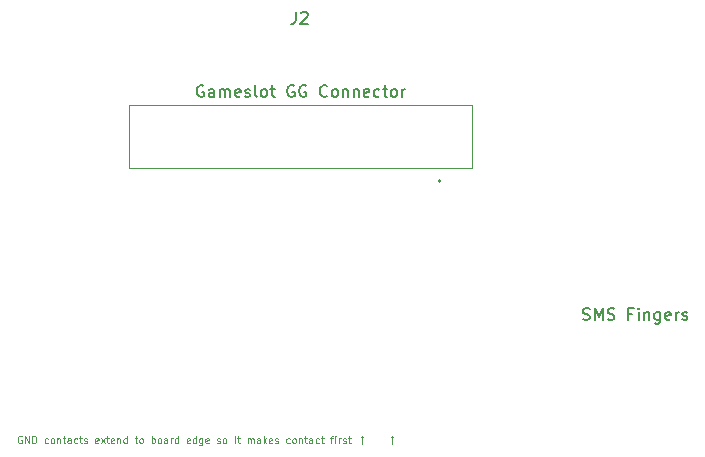
<source format=gbr>
G04 #@! TF.GenerationSoftware,KiCad,Pcbnew,8.0.2*
G04 #@! TF.CreationDate,2024-05-08T12:07:27-04:00*
G04 #@! TF.ProjectId,SMS-to-GG,534d532d-746f-42d4-9747-2e6b69636164,4*
G04 #@! TF.SameCoordinates,Original*
G04 #@! TF.FileFunction,AssemblyDrawing,Top*
%FSLAX46Y46*%
G04 Gerber Fmt 4.6, Leading zero omitted, Abs format (unit mm)*
G04 Created by KiCad (PCBNEW 8.0.2) date 2024-05-08 12:07:27*
%MOMM*%
%LPD*%
G01*
G04 APERTURE LIST*
%ADD10C,0.150000*%
%ADD11C,0.125000*%
%ADD12C,0.100000*%
%ADD13C,0.200000*%
%ADD14C,0.120000*%
G04 APERTURE END LIST*
D10*
X142395712Y-109512438D02*
X142300474Y-109464819D01*
X142300474Y-109464819D02*
X142157617Y-109464819D01*
X142157617Y-109464819D02*
X142014760Y-109512438D01*
X142014760Y-109512438D02*
X141919522Y-109607676D01*
X141919522Y-109607676D02*
X141871903Y-109702914D01*
X141871903Y-109702914D02*
X141824284Y-109893390D01*
X141824284Y-109893390D02*
X141824284Y-110036247D01*
X141824284Y-110036247D02*
X141871903Y-110226723D01*
X141871903Y-110226723D02*
X141919522Y-110321961D01*
X141919522Y-110321961D02*
X142014760Y-110417200D01*
X142014760Y-110417200D02*
X142157617Y-110464819D01*
X142157617Y-110464819D02*
X142252855Y-110464819D01*
X142252855Y-110464819D02*
X142395712Y-110417200D01*
X142395712Y-110417200D02*
X142443331Y-110369580D01*
X142443331Y-110369580D02*
X142443331Y-110036247D01*
X142443331Y-110036247D02*
X142252855Y-110036247D01*
X143300474Y-110464819D02*
X143300474Y-109941009D01*
X143300474Y-109941009D02*
X143252855Y-109845771D01*
X143252855Y-109845771D02*
X143157617Y-109798152D01*
X143157617Y-109798152D02*
X142967141Y-109798152D01*
X142967141Y-109798152D02*
X142871903Y-109845771D01*
X143300474Y-110417200D02*
X143205236Y-110464819D01*
X143205236Y-110464819D02*
X142967141Y-110464819D01*
X142967141Y-110464819D02*
X142871903Y-110417200D01*
X142871903Y-110417200D02*
X142824284Y-110321961D01*
X142824284Y-110321961D02*
X142824284Y-110226723D01*
X142824284Y-110226723D02*
X142871903Y-110131485D01*
X142871903Y-110131485D02*
X142967141Y-110083866D01*
X142967141Y-110083866D02*
X143205236Y-110083866D01*
X143205236Y-110083866D02*
X143300474Y-110036247D01*
X143776665Y-110464819D02*
X143776665Y-109798152D01*
X143776665Y-109893390D02*
X143824284Y-109845771D01*
X143824284Y-109845771D02*
X143919522Y-109798152D01*
X143919522Y-109798152D02*
X144062379Y-109798152D01*
X144062379Y-109798152D02*
X144157617Y-109845771D01*
X144157617Y-109845771D02*
X144205236Y-109941009D01*
X144205236Y-109941009D02*
X144205236Y-110464819D01*
X144205236Y-109941009D02*
X144252855Y-109845771D01*
X144252855Y-109845771D02*
X144348093Y-109798152D01*
X144348093Y-109798152D02*
X144490950Y-109798152D01*
X144490950Y-109798152D02*
X144586189Y-109845771D01*
X144586189Y-109845771D02*
X144633808Y-109941009D01*
X144633808Y-109941009D02*
X144633808Y-110464819D01*
X145490950Y-110417200D02*
X145395712Y-110464819D01*
X145395712Y-110464819D02*
X145205236Y-110464819D01*
X145205236Y-110464819D02*
X145109998Y-110417200D01*
X145109998Y-110417200D02*
X145062379Y-110321961D01*
X145062379Y-110321961D02*
X145062379Y-109941009D01*
X145062379Y-109941009D02*
X145109998Y-109845771D01*
X145109998Y-109845771D02*
X145205236Y-109798152D01*
X145205236Y-109798152D02*
X145395712Y-109798152D01*
X145395712Y-109798152D02*
X145490950Y-109845771D01*
X145490950Y-109845771D02*
X145538569Y-109941009D01*
X145538569Y-109941009D02*
X145538569Y-110036247D01*
X145538569Y-110036247D02*
X145062379Y-110131485D01*
X145919522Y-110417200D02*
X146014760Y-110464819D01*
X146014760Y-110464819D02*
X146205236Y-110464819D01*
X146205236Y-110464819D02*
X146300474Y-110417200D01*
X146300474Y-110417200D02*
X146348093Y-110321961D01*
X146348093Y-110321961D02*
X146348093Y-110274342D01*
X146348093Y-110274342D02*
X146300474Y-110179104D01*
X146300474Y-110179104D02*
X146205236Y-110131485D01*
X146205236Y-110131485D02*
X146062379Y-110131485D01*
X146062379Y-110131485D02*
X145967141Y-110083866D01*
X145967141Y-110083866D02*
X145919522Y-109988628D01*
X145919522Y-109988628D02*
X145919522Y-109941009D01*
X145919522Y-109941009D02*
X145967141Y-109845771D01*
X145967141Y-109845771D02*
X146062379Y-109798152D01*
X146062379Y-109798152D02*
X146205236Y-109798152D01*
X146205236Y-109798152D02*
X146300474Y-109845771D01*
X146919522Y-110464819D02*
X146824284Y-110417200D01*
X146824284Y-110417200D02*
X146776665Y-110321961D01*
X146776665Y-110321961D02*
X146776665Y-109464819D01*
X147443332Y-110464819D02*
X147348094Y-110417200D01*
X147348094Y-110417200D02*
X147300475Y-110369580D01*
X147300475Y-110369580D02*
X147252856Y-110274342D01*
X147252856Y-110274342D02*
X147252856Y-109988628D01*
X147252856Y-109988628D02*
X147300475Y-109893390D01*
X147300475Y-109893390D02*
X147348094Y-109845771D01*
X147348094Y-109845771D02*
X147443332Y-109798152D01*
X147443332Y-109798152D02*
X147586189Y-109798152D01*
X147586189Y-109798152D02*
X147681427Y-109845771D01*
X147681427Y-109845771D02*
X147729046Y-109893390D01*
X147729046Y-109893390D02*
X147776665Y-109988628D01*
X147776665Y-109988628D02*
X147776665Y-110274342D01*
X147776665Y-110274342D02*
X147729046Y-110369580D01*
X147729046Y-110369580D02*
X147681427Y-110417200D01*
X147681427Y-110417200D02*
X147586189Y-110464819D01*
X147586189Y-110464819D02*
X147443332Y-110464819D01*
X148062380Y-109798152D02*
X148443332Y-109798152D01*
X148205237Y-109464819D02*
X148205237Y-110321961D01*
X148205237Y-110321961D02*
X148252856Y-110417200D01*
X148252856Y-110417200D02*
X148348094Y-110464819D01*
X148348094Y-110464819D02*
X148443332Y-110464819D01*
X150062380Y-109512438D02*
X149967142Y-109464819D01*
X149967142Y-109464819D02*
X149824285Y-109464819D01*
X149824285Y-109464819D02*
X149681428Y-109512438D01*
X149681428Y-109512438D02*
X149586190Y-109607676D01*
X149586190Y-109607676D02*
X149538571Y-109702914D01*
X149538571Y-109702914D02*
X149490952Y-109893390D01*
X149490952Y-109893390D02*
X149490952Y-110036247D01*
X149490952Y-110036247D02*
X149538571Y-110226723D01*
X149538571Y-110226723D02*
X149586190Y-110321961D01*
X149586190Y-110321961D02*
X149681428Y-110417200D01*
X149681428Y-110417200D02*
X149824285Y-110464819D01*
X149824285Y-110464819D02*
X149919523Y-110464819D01*
X149919523Y-110464819D02*
X150062380Y-110417200D01*
X150062380Y-110417200D02*
X150109999Y-110369580D01*
X150109999Y-110369580D02*
X150109999Y-110036247D01*
X150109999Y-110036247D02*
X149919523Y-110036247D01*
X151062380Y-109512438D02*
X150967142Y-109464819D01*
X150967142Y-109464819D02*
X150824285Y-109464819D01*
X150824285Y-109464819D02*
X150681428Y-109512438D01*
X150681428Y-109512438D02*
X150586190Y-109607676D01*
X150586190Y-109607676D02*
X150538571Y-109702914D01*
X150538571Y-109702914D02*
X150490952Y-109893390D01*
X150490952Y-109893390D02*
X150490952Y-110036247D01*
X150490952Y-110036247D02*
X150538571Y-110226723D01*
X150538571Y-110226723D02*
X150586190Y-110321961D01*
X150586190Y-110321961D02*
X150681428Y-110417200D01*
X150681428Y-110417200D02*
X150824285Y-110464819D01*
X150824285Y-110464819D02*
X150919523Y-110464819D01*
X150919523Y-110464819D02*
X151062380Y-110417200D01*
X151062380Y-110417200D02*
X151109999Y-110369580D01*
X151109999Y-110369580D02*
X151109999Y-110036247D01*
X151109999Y-110036247D02*
X150919523Y-110036247D01*
X152871904Y-110369580D02*
X152824285Y-110417200D01*
X152824285Y-110417200D02*
X152681428Y-110464819D01*
X152681428Y-110464819D02*
X152586190Y-110464819D01*
X152586190Y-110464819D02*
X152443333Y-110417200D01*
X152443333Y-110417200D02*
X152348095Y-110321961D01*
X152348095Y-110321961D02*
X152300476Y-110226723D01*
X152300476Y-110226723D02*
X152252857Y-110036247D01*
X152252857Y-110036247D02*
X152252857Y-109893390D01*
X152252857Y-109893390D02*
X152300476Y-109702914D01*
X152300476Y-109702914D02*
X152348095Y-109607676D01*
X152348095Y-109607676D02*
X152443333Y-109512438D01*
X152443333Y-109512438D02*
X152586190Y-109464819D01*
X152586190Y-109464819D02*
X152681428Y-109464819D01*
X152681428Y-109464819D02*
X152824285Y-109512438D01*
X152824285Y-109512438D02*
X152871904Y-109560057D01*
X153443333Y-110464819D02*
X153348095Y-110417200D01*
X153348095Y-110417200D02*
X153300476Y-110369580D01*
X153300476Y-110369580D02*
X153252857Y-110274342D01*
X153252857Y-110274342D02*
X153252857Y-109988628D01*
X153252857Y-109988628D02*
X153300476Y-109893390D01*
X153300476Y-109893390D02*
X153348095Y-109845771D01*
X153348095Y-109845771D02*
X153443333Y-109798152D01*
X153443333Y-109798152D02*
X153586190Y-109798152D01*
X153586190Y-109798152D02*
X153681428Y-109845771D01*
X153681428Y-109845771D02*
X153729047Y-109893390D01*
X153729047Y-109893390D02*
X153776666Y-109988628D01*
X153776666Y-109988628D02*
X153776666Y-110274342D01*
X153776666Y-110274342D02*
X153729047Y-110369580D01*
X153729047Y-110369580D02*
X153681428Y-110417200D01*
X153681428Y-110417200D02*
X153586190Y-110464819D01*
X153586190Y-110464819D02*
X153443333Y-110464819D01*
X154205238Y-109798152D02*
X154205238Y-110464819D01*
X154205238Y-109893390D02*
X154252857Y-109845771D01*
X154252857Y-109845771D02*
X154348095Y-109798152D01*
X154348095Y-109798152D02*
X154490952Y-109798152D01*
X154490952Y-109798152D02*
X154586190Y-109845771D01*
X154586190Y-109845771D02*
X154633809Y-109941009D01*
X154633809Y-109941009D02*
X154633809Y-110464819D01*
X155110000Y-109798152D02*
X155110000Y-110464819D01*
X155110000Y-109893390D02*
X155157619Y-109845771D01*
X155157619Y-109845771D02*
X155252857Y-109798152D01*
X155252857Y-109798152D02*
X155395714Y-109798152D01*
X155395714Y-109798152D02*
X155490952Y-109845771D01*
X155490952Y-109845771D02*
X155538571Y-109941009D01*
X155538571Y-109941009D02*
X155538571Y-110464819D01*
X156395714Y-110417200D02*
X156300476Y-110464819D01*
X156300476Y-110464819D02*
X156110000Y-110464819D01*
X156110000Y-110464819D02*
X156014762Y-110417200D01*
X156014762Y-110417200D02*
X155967143Y-110321961D01*
X155967143Y-110321961D02*
X155967143Y-109941009D01*
X155967143Y-109941009D02*
X156014762Y-109845771D01*
X156014762Y-109845771D02*
X156110000Y-109798152D01*
X156110000Y-109798152D02*
X156300476Y-109798152D01*
X156300476Y-109798152D02*
X156395714Y-109845771D01*
X156395714Y-109845771D02*
X156443333Y-109941009D01*
X156443333Y-109941009D02*
X156443333Y-110036247D01*
X156443333Y-110036247D02*
X155967143Y-110131485D01*
X157300476Y-110417200D02*
X157205238Y-110464819D01*
X157205238Y-110464819D02*
X157014762Y-110464819D01*
X157014762Y-110464819D02*
X156919524Y-110417200D01*
X156919524Y-110417200D02*
X156871905Y-110369580D01*
X156871905Y-110369580D02*
X156824286Y-110274342D01*
X156824286Y-110274342D02*
X156824286Y-109988628D01*
X156824286Y-109988628D02*
X156871905Y-109893390D01*
X156871905Y-109893390D02*
X156919524Y-109845771D01*
X156919524Y-109845771D02*
X157014762Y-109798152D01*
X157014762Y-109798152D02*
X157205238Y-109798152D01*
X157205238Y-109798152D02*
X157300476Y-109845771D01*
X157586191Y-109798152D02*
X157967143Y-109798152D01*
X157729048Y-109464819D02*
X157729048Y-110321961D01*
X157729048Y-110321961D02*
X157776667Y-110417200D01*
X157776667Y-110417200D02*
X157871905Y-110464819D01*
X157871905Y-110464819D02*
X157967143Y-110464819D01*
X158443334Y-110464819D02*
X158348096Y-110417200D01*
X158348096Y-110417200D02*
X158300477Y-110369580D01*
X158300477Y-110369580D02*
X158252858Y-110274342D01*
X158252858Y-110274342D02*
X158252858Y-109988628D01*
X158252858Y-109988628D02*
X158300477Y-109893390D01*
X158300477Y-109893390D02*
X158348096Y-109845771D01*
X158348096Y-109845771D02*
X158443334Y-109798152D01*
X158443334Y-109798152D02*
X158586191Y-109798152D01*
X158586191Y-109798152D02*
X158681429Y-109845771D01*
X158681429Y-109845771D02*
X158729048Y-109893390D01*
X158729048Y-109893390D02*
X158776667Y-109988628D01*
X158776667Y-109988628D02*
X158776667Y-110274342D01*
X158776667Y-110274342D02*
X158729048Y-110369580D01*
X158729048Y-110369580D02*
X158681429Y-110417200D01*
X158681429Y-110417200D02*
X158586191Y-110464819D01*
X158586191Y-110464819D02*
X158443334Y-110464819D01*
X159205239Y-110464819D02*
X159205239Y-109798152D01*
X159205239Y-109988628D02*
X159252858Y-109893390D01*
X159252858Y-109893390D02*
X159300477Y-109845771D01*
X159300477Y-109845771D02*
X159395715Y-109798152D01*
X159395715Y-109798152D02*
X159490953Y-109798152D01*
X174520696Y-129295200D02*
X174663553Y-129342819D01*
X174663553Y-129342819D02*
X174901648Y-129342819D01*
X174901648Y-129342819D02*
X174996886Y-129295200D01*
X174996886Y-129295200D02*
X175044505Y-129247580D01*
X175044505Y-129247580D02*
X175092124Y-129152342D01*
X175092124Y-129152342D02*
X175092124Y-129057104D01*
X175092124Y-129057104D02*
X175044505Y-128961866D01*
X175044505Y-128961866D02*
X174996886Y-128914247D01*
X174996886Y-128914247D02*
X174901648Y-128866628D01*
X174901648Y-128866628D02*
X174711172Y-128819009D01*
X174711172Y-128819009D02*
X174615934Y-128771390D01*
X174615934Y-128771390D02*
X174568315Y-128723771D01*
X174568315Y-128723771D02*
X174520696Y-128628533D01*
X174520696Y-128628533D02*
X174520696Y-128533295D01*
X174520696Y-128533295D02*
X174568315Y-128438057D01*
X174568315Y-128438057D02*
X174615934Y-128390438D01*
X174615934Y-128390438D02*
X174711172Y-128342819D01*
X174711172Y-128342819D02*
X174949267Y-128342819D01*
X174949267Y-128342819D02*
X175092124Y-128390438D01*
X175520696Y-129342819D02*
X175520696Y-128342819D01*
X175520696Y-128342819D02*
X175854029Y-129057104D01*
X175854029Y-129057104D02*
X176187362Y-128342819D01*
X176187362Y-128342819D02*
X176187362Y-129342819D01*
X176615934Y-129295200D02*
X176758791Y-129342819D01*
X176758791Y-129342819D02*
X176996886Y-129342819D01*
X176996886Y-129342819D02*
X177092124Y-129295200D01*
X177092124Y-129295200D02*
X177139743Y-129247580D01*
X177139743Y-129247580D02*
X177187362Y-129152342D01*
X177187362Y-129152342D02*
X177187362Y-129057104D01*
X177187362Y-129057104D02*
X177139743Y-128961866D01*
X177139743Y-128961866D02*
X177092124Y-128914247D01*
X177092124Y-128914247D02*
X176996886Y-128866628D01*
X176996886Y-128866628D02*
X176806410Y-128819009D01*
X176806410Y-128819009D02*
X176711172Y-128771390D01*
X176711172Y-128771390D02*
X176663553Y-128723771D01*
X176663553Y-128723771D02*
X176615934Y-128628533D01*
X176615934Y-128628533D02*
X176615934Y-128533295D01*
X176615934Y-128533295D02*
X176663553Y-128438057D01*
X176663553Y-128438057D02*
X176711172Y-128390438D01*
X176711172Y-128390438D02*
X176806410Y-128342819D01*
X176806410Y-128342819D02*
X177044505Y-128342819D01*
X177044505Y-128342819D02*
X177187362Y-128390438D01*
X178711172Y-128819009D02*
X178377839Y-128819009D01*
X178377839Y-129342819D02*
X178377839Y-128342819D01*
X178377839Y-128342819D02*
X178854029Y-128342819D01*
X179234982Y-129342819D02*
X179234982Y-128676152D01*
X179234982Y-128342819D02*
X179187363Y-128390438D01*
X179187363Y-128390438D02*
X179234982Y-128438057D01*
X179234982Y-128438057D02*
X179282601Y-128390438D01*
X179282601Y-128390438D02*
X179234982Y-128342819D01*
X179234982Y-128342819D02*
X179234982Y-128438057D01*
X179711172Y-128676152D02*
X179711172Y-129342819D01*
X179711172Y-128771390D02*
X179758791Y-128723771D01*
X179758791Y-128723771D02*
X179854029Y-128676152D01*
X179854029Y-128676152D02*
X179996886Y-128676152D01*
X179996886Y-128676152D02*
X180092124Y-128723771D01*
X180092124Y-128723771D02*
X180139743Y-128819009D01*
X180139743Y-128819009D02*
X180139743Y-129342819D01*
X181044505Y-128676152D02*
X181044505Y-129485676D01*
X181044505Y-129485676D02*
X180996886Y-129580914D01*
X180996886Y-129580914D02*
X180949267Y-129628533D01*
X180949267Y-129628533D02*
X180854029Y-129676152D01*
X180854029Y-129676152D02*
X180711172Y-129676152D01*
X180711172Y-129676152D02*
X180615934Y-129628533D01*
X181044505Y-129295200D02*
X180949267Y-129342819D01*
X180949267Y-129342819D02*
X180758791Y-129342819D01*
X180758791Y-129342819D02*
X180663553Y-129295200D01*
X180663553Y-129295200D02*
X180615934Y-129247580D01*
X180615934Y-129247580D02*
X180568315Y-129152342D01*
X180568315Y-129152342D02*
X180568315Y-128866628D01*
X180568315Y-128866628D02*
X180615934Y-128771390D01*
X180615934Y-128771390D02*
X180663553Y-128723771D01*
X180663553Y-128723771D02*
X180758791Y-128676152D01*
X180758791Y-128676152D02*
X180949267Y-128676152D01*
X180949267Y-128676152D02*
X181044505Y-128723771D01*
X181901648Y-129295200D02*
X181806410Y-129342819D01*
X181806410Y-129342819D02*
X181615934Y-129342819D01*
X181615934Y-129342819D02*
X181520696Y-129295200D01*
X181520696Y-129295200D02*
X181473077Y-129199961D01*
X181473077Y-129199961D02*
X181473077Y-128819009D01*
X181473077Y-128819009D02*
X181520696Y-128723771D01*
X181520696Y-128723771D02*
X181615934Y-128676152D01*
X181615934Y-128676152D02*
X181806410Y-128676152D01*
X181806410Y-128676152D02*
X181901648Y-128723771D01*
X181901648Y-128723771D02*
X181949267Y-128819009D01*
X181949267Y-128819009D02*
X181949267Y-128914247D01*
X181949267Y-128914247D02*
X181473077Y-129009485D01*
X182377839Y-129342819D02*
X182377839Y-128676152D01*
X182377839Y-128866628D02*
X182425458Y-128771390D01*
X182425458Y-128771390D02*
X182473077Y-128723771D01*
X182473077Y-128723771D02*
X182568315Y-128676152D01*
X182568315Y-128676152D02*
X182663553Y-128676152D01*
X182949268Y-129295200D02*
X183044506Y-129342819D01*
X183044506Y-129342819D02*
X183234982Y-129342819D01*
X183234982Y-129342819D02*
X183330220Y-129295200D01*
X183330220Y-129295200D02*
X183377839Y-129199961D01*
X183377839Y-129199961D02*
X183377839Y-129152342D01*
X183377839Y-129152342D02*
X183330220Y-129057104D01*
X183330220Y-129057104D02*
X183234982Y-129009485D01*
X183234982Y-129009485D02*
X183092125Y-129009485D01*
X183092125Y-129009485D02*
X182996887Y-128961866D01*
X182996887Y-128961866D02*
X182949268Y-128866628D01*
X182949268Y-128866628D02*
X182949268Y-128819009D01*
X182949268Y-128819009D02*
X182996887Y-128723771D01*
X182996887Y-128723771D02*
X183092125Y-128676152D01*
X183092125Y-128676152D02*
X183234982Y-128676152D01*
X183234982Y-128676152D02*
X183330220Y-128723771D01*
D11*
X126998429Y-139187642D02*
X126941287Y-139159071D01*
X126941287Y-139159071D02*
X126855572Y-139159071D01*
X126855572Y-139159071D02*
X126769858Y-139187642D01*
X126769858Y-139187642D02*
X126712715Y-139244785D01*
X126712715Y-139244785D02*
X126684144Y-139301928D01*
X126684144Y-139301928D02*
X126655572Y-139416214D01*
X126655572Y-139416214D02*
X126655572Y-139501928D01*
X126655572Y-139501928D02*
X126684144Y-139616214D01*
X126684144Y-139616214D02*
X126712715Y-139673357D01*
X126712715Y-139673357D02*
X126769858Y-139730500D01*
X126769858Y-139730500D02*
X126855572Y-139759071D01*
X126855572Y-139759071D02*
X126912715Y-139759071D01*
X126912715Y-139759071D02*
X126998429Y-139730500D01*
X126998429Y-139730500D02*
X127027001Y-139701928D01*
X127027001Y-139701928D02*
X127027001Y-139501928D01*
X127027001Y-139501928D02*
X126912715Y-139501928D01*
X127284144Y-139759071D02*
X127284144Y-139159071D01*
X127284144Y-139159071D02*
X127627001Y-139759071D01*
X127627001Y-139759071D02*
X127627001Y-139159071D01*
X127912715Y-139759071D02*
X127912715Y-139159071D01*
X127912715Y-139159071D02*
X128055572Y-139159071D01*
X128055572Y-139159071D02*
X128141286Y-139187642D01*
X128141286Y-139187642D02*
X128198429Y-139244785D01*
X128198429Y-139244785D02*
X128227000Y-139301928D01*
X128227000Y-139301928D02*
X128255572Y-139416214D01*
X128255572Y-139416214D02*
X128255572Y-139501928D01*
X128255572Y-139501928D02*
X128227000Y-139616214D01*
X128227000Y-139616214D02*
X128198429Y-139673357D01*
X128198429Y-139673357D02*
X128141286Y-139730500D01*
X128141286Y-139730500D02*
X128055572Y-139759071D01*
X128055572Y-139759071D02*
X127912715Y-139759071D01*
X129227001Y-139730500D02*
X129169858Y-139759071D01*
X129169858Y-139759071D02*
X129055572Y-139759071D01*
X129055572Y-139759071D02*
X128998429Y-139730500D01*
X128998429Y-139730500D02*
X128969858Y-139701928D01*
X128969858Y-139701928D02*
X128941286Y-139644785D01*
X128941286Y-139644785D02*
X128941286Y-139473357D01*
X128941286Y-139473357D02*
X128969858Y-139416214D01*
X128969858Y-139416214D02*
X128998429Y-139387642D01*
X128998429Y-139387642D02*
X129055572Y-139359071D01*
X129055572Y-139359071D02*
X129169858Y-139359071D01*
X129169858Y-139359071D02*
X129227001Y-139387642D01*
X129569858Y-139759071D02*
X129512715Y-139730500D01*
X129512715Y-139730500D02*
X129484144Y-139701928D01*
X129484144Y-139701928D02*
X129455572Y-139644785D01*
X129455572Y-139644785D02*
X129455572Y-139473357D01*
X129455572Y-139473357D02*
X129484144Y-139416214D01*
X129484144Y-139416214D02*
X129512715Y-139387642D01*
X129512715Y-139387642D02*
X129569858Y-139359071D01*
X129569858Y-139359071D02*
X129655572Y-139359071D01*
X129655572Y-139359071D02*
X129712715Y-139387642D01*
X129712715Y-139387642D02*
X129741287Y-139416214D01*
X129741287Y-139416214D02*
X129769858Y-139473357D01*
X129769858Y-139473357D02*
X129769858Y-139644785D01*
X129769858Y-139644785D02*
X129741287Y-139701928D01*
X129741287Y-139701928D02*
X129712715Y-139730500D01*
X129712715Y-139730500D02*
X129655572Y-139759071D01*
X129655572Y-139759071D02*
X129569858Y-139759071D01*
X130027001Y-139359071D02*
X130027001Y-139759071D01*
X130027001Y-139416214D02*
X130055572Y-139387642D01*
X130055572Y-139387642D02*
X130112715Y-139359071D01*
X130112715Y-139359071D02*
X130198429Y-139359071D01*
X130198429Y-139359071D02*
X130255572Y-139387642D01*
X130255572Y-139387642D02*
X130284144Y-139444785D01*
X130284144Y-139444785D02*
X130284144Y-139759071D01*
X130484143Y-139359071D02*
X130712715Y-139359071D01*
X130569858Y-139159071D02*
X130569858Y-139673357D01*
X130569858Y-139673357D02*
X130598429Y-139730500D01*
X130598429Y-139730500D02*
X130655572Y-139759071D01*
X130655572Y-139759071D02*
X130712715Y-139759071D01*
X131169858Y-139759071D02*
X131169858Y-139444785D01*
X131169858Y-139444785D02*
X131141286Y-139387642D01*
X131141286Y-139387642D02*
X131084143Y-139359071D01*
X131084143Y-139359071D02*
X130969858Y-139359071D01*
X130969858Y-139359071D02*
X130912715Y-139387642D01*
X131169858Y-139730500D02*
X131112715Y-139759071D01*
X131112715Y-139759071D02*
X130969858Y-139759071D01*
X130969858Y-139759071D02*
X130912715Y-139730500D01*
X130912715Y-139730500D02*
X130884143Y-139673357D01*
X130884143Y-139673357D02*
X130884143Y-139616214D01*
X130884143Y-139616214D02*
X130912715Y-139559071D01*
X130912715Y-139559071D02*
X130969858Y-139530500D01*
X130969858Y-139530500D02*
X131112715Y-139530500D01*
X131112715Y-139530500D02*
X131169858Y-139501928D01*
X131712715Y-139730500D02*
X131655572Y-139759071D01*
X131655572Y-139759071D02*
X131541286Y-139759071D01*
X131541286Y-139759071D02*
X131484143Y-139730500D01*
X131484143Y-139730500D02*
X131455572Y-139701928D01*
X131455572Y-139701928D02*
X131427000Y-139644785D01*
X131427000Y-139644785D02*
X131427000Y-139473357D01*
X131427000Y-139473357D02*
X131455572Y-139416214D01*
X131455572Y-139416214D02*
X131484143Y-139387642D01*
X131484143Y-139387642D02*
X131541286Y-139359071D01*
X131541286Y-139359071D02*
X131655572Y-139359071D01*
X131655572Y-139359071D02*
X131712715Y-139387642D01*
X131884143Y-139359071D02*
X132112715Y-139359071D01*
X131969858Y-139159071D02*
X131969858Y-139673357D01*
X131969858Y-139673357D02*
X131998429Y-139730500D01*
X131998429Y-139730500D02*
X132055572Y-139759071D01*
X132055572Y-139759071D02*
X132112715Y-139759071D01*
X132284143Y-139730500D02*
X132341286Y-139759071D01*
X132341286Y-139759071D02*
X132455572Y-139759071D01*
X132455572Y-139759071D02*
X132512715Y-139730500D01*
X132512715Y-139730500D02*
X132541286Y-139673357D01*
X132541286Y-139673357D02*
X132541286Y-139644785D01*
X132541286Y-139644785D02*
X132512715Y-139587642D01*
X132512715Y-139587642D02*
X132455572Y-139559071D01*
X132455572Y-139559071D02*
X132369858Y-139559071D01*
X132369858Y-139559071D02*
X132312715Y-139530500D01*
X132312715Y-139530500D02*
X132284143Y-139473357D01*
X132284143Y-139473357D02*
X132284143Y-139444785D01*
X132284143Y-139444785D02*
X132312715Y-139387642D01*
X132312715Y-139387642D02*
X132369858Y-139359071D01*
X132369858Y-139359071D02*
X132455572Y-139359071D01*
X132455572Y-139359071D02*
X132512715Y-139387642D01*
X133484143Y-139730500D02*
X133427000Y-139759071D01*
X133427000Y-139759071D02*
X133312715Y-139759071D01*
X133312715Y-139759071D02*
X133255572Y-139730500D01*
X133255572Y-139730500D02*
X133227000Y-139673357D01*
X133227000Y-139673357D02*
X133227000Y-139444785D01*
X133227000Y-139444785D02*
X133255572Y-139387642D01*
X133255572Y-139387642D02*
X133312715Y-139359071D01*
X133312715Y-139359071D02*
X133427000Y-139359071D01*
X133427000Y-139359071D02*
X133484143Y-139387642D01*
X133484143Y-139387642D02*
X133512715Y-139444785D01*
X133512715Y-139444785D02*
X133512715Y-139501928D01*
X133512715Y-139501928D02*
X133227000Y-139559071D01*
X133712715Y-139759071D02*
X134027001Y-139359071D01*
X133712715Y-139359071D02*
X134027001Y-139759071D01*
X134169857Y-139359071D02*
X134398429Y-139359071D01*
X134255572Y-139159071D02*
X134255572Y-139673357D01*
X134255572Y-139673357D02*
X134284143Y-139730500D01*
X134284143Y-139730500D02*
X134341286Y-139759071D01*
X134341286Y-139759071D02*
X134398429Y-139759071D01*
X134827000Y-139730500D02*
X134769857Y-139759071D01*
X134769857Y-139759071D02*
X134655572Y-139759071D01*
X134655572Y-139759071D02*
X134598429Y-139730500D01*
X134598429Y-139730500D02*
X134569857Y-139673357D01*
X134569857Y-139673357D02*
X134569857Y-139444785D01*
X134569857Y-139444785D02*
X134598429Y-139387642D01*
X134598429Y-139387642D02*
X134655572Y-139359071D01*
X134655572Y-139359071D02*
X134769857Y-139359071D01*
X134769857Y-139359071D02*
X134827000Y-139387642D01*
X134827000Y-139387642D02*
X134855572Y-139444785D01*
X134855572Y-139444785D02*
X134855572Y-139501928D01*
X134855572Y-139501928D02*
X134569857Y-139559071D01*
X135112715Y-139359071D02*
X135112715Y-139759071D01*
X135112715Y-139416214D02*
X135141286Y-139387642D01*
X135141286Y-139387642D02*
X135198429Y-139359071D01*
X135198429Y-139359071D02*
X135284143Y-139359071D01*
X135284143Y-139359071D02*
X135341286Y-139387642D01*
X135341286Y-139387642D02*
X135369858Y-139444785D01*
X135369858Y-139444785D02*
X135369858Y-139759071D01*
X135912715Y-139759071D02*
X135912715Y-139159071D01*
X135912715Y-139730500D02*
X135855572Y-139759071D01*
X135855572Y-139759071D02*
X135741286Y-139759071D01*
X135741286Y-139759071D02*
X135684143Y-139730500D01*
X135684143Y-139730500D02*
X135655572Y-139701928D01*
X135655572Y-139701928D02*
X135627000Y-139644785D01*
X135627000Y-139644785D02*
X135627000Y-139473357D01*
X135627000Y-139473357D02*
X135655572Y-139416214D01*
X135655572Y-139416214D02*
X135684143Y-139387642D01*
X135684143Y-139387642D02*
X135741286Y-139359071D01*
X135741286Y-139359071D02*
X135855572Y-139359071D01*
X135855572Y-139359071D02*
X135912715Y-139387642D01*
X136569857Y-139359071D02*
X136798429Y-139359071D01*
X136655572Y-139159071D02*
X136655572Y-139673357D01*
X136655572Y-139673357D02*
X136684143Y-139730500D01*
X136684143Y-139730500D02*
X136741286Y-139759071D01*
X136741286Y-139759071D02*
X136798429Y-139759071D01*
X137084143Y-139759071D02*
X137027000Y-139730500D01*
X137027000Y-139730500D02*
X136998429Y-139701928D01*
X136998429Y-139701928D02*
X136969857Y-139644785D01*
X136969857Y-139644785D02*
X136969857Y-139473357D01*
X136969857Y-139473357D02*
X136998429Y-139416214D01*
X136998429Y-139416214D02*
X137027000Y-139387642D01*
X137027000Y-139387642D02*
X137084143Y-139359071D01*
X137084143Y-139359071D02*
X137169857Y-139359071D01*
X137169857Y-139359071D02*
X137227000Y-139387642D01*
X137227000Y-139387642D02*
X137255572Y-139416214D01*
X137255572Y-139416214D02*
X137284143Y-139473357D01*
X137284143Y-139473357D02*
X137284143Y-139644785D01*
X137284143Y-139644785D02*
X137255572Y-139701928D01*
X137255572Y-139701928D02*
X137227000Y-139730500D01*
X137227000Y-139730500D02*
X137169857Y-139759071D01*
X137169857Y-139759071D02*
X137084143Y-139759071D01*
X137998429Y-139759071D02*
X137998429Y-139159071D01*
X137998429Y-139387642D02*
X138055572Y-139359071D01*
X138055572Y-139359071D02*
X138169857Y-139359071D01*
X138169857Y-139359071D02*
X138227000Y-139387642D01*
X138227000Y-139387642D02*
X138255572Y-139416214D01*
X138255572Y-139416214D02*
X138284143Y-139473357D01*
X138284143Y-139473357D02*
X138284143Y-139644785D01*
X138284143Y-139644785D02*
X138255572Y-139701928D01*
X138255572Y-139701928D02*
X138227000Y-139730500D01*
X138227000Y-139730500D02*
X138169857Y-139759071D01*
X138169857Y-139759071D02*
X138055572Y-139759071D01*
X138055572Y-139759071D02*
X137998429Y-139730500D01*
X138627000Y-139759071D02*
X138569857Y-139730500D01*
X138569857Y-139730500D02*
X138541286Y-139701928D01*
X138541286Y-139701928D02*
X138512714Y-139644785D01*
X138512714Y-139644785D02*
X138512714Y-139473357D01*
X138512714Y-139473357D02*
X138541286Y-139416214D01*
X138541286Y-139416214D02*
X138569857Y-139387642D01*
X138569857Y-139387642D02*
X138627000Y-139359071D01*
X138627000Y-139359071D02*
X138712714Y-139359071D01*
X138712714Y-139359071D02*
X138769857Y-139387642D01*
X138769857Y-139387642D02*
X138798429Y-139416214D01*
X138798429Y-139416214D02*
X138827000Y-139473357D01*
X138827000Y-139473357D02*
X138827000Y-139644785D01*
X138827000Y-139644785D02*
X138798429Y-139701928D01*
X138798429Y-139701928D02*
X138769857Y-139730500D01*
X138769857Y-139730500D02*
X138712714Y-139759071D01*
X138712714Y-139759071D02*
X138627000Y-139759071D01*
X139341286Y-139759071D02*
X139341286Y-139444785D01*
X139341286Y-139444785D02*
X139312714Y-139387642D01*
X139312714Y-139387642D02*
X139255571Y-139359071D01*
X139255571Y-139359071D02*
X139141286Y-139359071D01*
X139141286Y-139359071D02*
X139084143Y-139387642D01*
X139341286Y-139730500D02*
X139284143Y-139759071D01*
X139284143Y-139759071D02*
X139141286Y-139759071D01*
X139141286Y-139759071D02*
X139084143Y-139730500D01*
X139084143Y-139730500D02*
X139055571Y-139673357D01*
X139055571Y-139673357D02*
X139055571Y-139616214D01*
X139055571Y-139616214D02*
X139084143Y-139559071D01*
X139084143Y-139559071D02*
X139141286Y-139530500D01*
X139141286Y-139530500D02*
X139284143Y-139530500D01*
X139284143Y-139530500D02*
X139341286Y-139501928D01*
X139627000Y-139759071D02*
X139627000Y-139359071D01*
X139627000Y-139473357D02*
X139655571Y-139416214D01*
X139655571Y-139416214D02*
X139684143Y-139387642D01*
X139684143Y-139387642D02*
X139741285Y-139359071D01*
X139741285Y-139359071D02*
X139798428Y-139359071D01*
X140255572Y-139759071D02*
X140255572Y-139159071D01*
X140255572Y-139730500D02*
X140198429Y-139759071D01*
X140198429Y-139759071D02*
X140084143Y-139759071D01*
X140084143Y-139759071D02*
X140027000Y-139730500D01*
X140027000Y-139730500D02*
X139998429Y-139701928D01*
X139998429Y-139701928D02*
X139969857Y-139644785D01*
X139969857Y-139644785D02*
X139969857Y-139473357D01*
X139969857Y-139473357D02*
X139998429Y-139416214D01*
X139998429Y-139416214D02*
X140027000Y-139387642D01*
X140027000Y-139387642D02*
X140084143Y-139359071D01*
X140084143Y-139359071D02*
X140198429Y-139359071D01*
X140198429Y-139359071D02*
X140255572Y-139387642D01*
X141227000Y-139730500D02*
X141169857Y-139759071D01*
X141169857Y-139759071D02*
X141055572Y-139759071D01*
X141055572Y-139759071D02*
X140998429Y-139730500D01*
X140998429Y-139730500D02*
X140969857Y-139673357D01*
X140969857Y-139673357D02*
X140969857Y-139444785D01*
X140969857Y-139444785D02*
X140998429Y-139387642D01*
X140998429Y-139387642D02*
X141055572Y-139359071D01*
X141055572Y-139359071D02*
X141169857Y-139359071D01*
X141169857Y-139359071D02*
X141227000Y-139387642D01*
X141227000Y-139387642D02*
X141255572Y-139444785D01*
X141255572Y-139444785D02*
X141255572Y-139501928D01*
X141255572Y-139501928D02*
X140969857Y-139559071D01*
X141769858Y-139759071D02*
X141769858Y-139159071D01*
X141769858Y-139730500D02*
X141712715Y-139759071D01*
X141712715Y-139759071D02*
X141598429Y-139759071D01*
X141598429Y-139759071D02*
X141541286Y-139730500D01*
X141541286Y-139730500D02*
X141512715Y-139701928D01*
X141512715Y-139701928D02*
X141484143Y-139644785D01*
X141484143Y-139644785D02*
X141484143Y-139473357D01*
X141484143Y-139473357D02*
X141512715Y-139416214D01*
X141512715Y-139416214D02*
X141541286Y-139387642D01*
X141541286Y-139387642D02*
X141598429Y-139359071D01*
X141598429Y-139359071D02*
X141712715Y-139359071D01*
X141712715Y-139359071D02*
X141769858Y-139387642D01*
X142312715Y-139359071D02*
X142312715Y-139844785D01*
X142312715Y-139844785D02*
X142284143Y-139901928D01*
X142284143Y-139901928D02*
X142255572Y-139930500D01*
X142255572Y-139930500D02*
X142198429Y-139959071D01*
X142198429Y-139959071D02*
X142112715Y-139959071D01*
X142112715Y-139959071D02*
X142055572Y-139930500D01*
X142312715Y-139730500D02*
X142255572Y-139759071D01*
X142255572Y-139759071D02*
X142141286Y-139759071D01*
X142141286Y-139759071D02*
X142084143Y-139730500D01*
X142084143Y-139730500D02*
X142055572Y-139701928D01*
X142055572Y-139701928D02*
X142027000Y-139644785D01*
X142027000Y-139644785D02*
X142027000Y-139473357D01*
X142027000Y-139473357D02*
X142055572Y-139416214D01*
X142055572Y-139416214D02*
X142084143Y-139387642D01*
X142084143Y-139387642D02*
X142141286Y-139359071D01*
X142141286Y-139359071D02*
X142255572Y-139359071D01*
X142255572Y-139359071D02*
X142312715Y-139387642D01*
X142827000Y-139730500D02*
X142769857Y-139759071D01*
X142769857Y-139759071D02*
X142655572Y-139759071D01*
X142655572Y-139759071D02*
X142598429Y-139730500D01*
X142598429Y-139730500D02*
X142569857Y-139673357D01*
X142569857Y-139673357D02*
X142569857Y-139444785D01*
X142569857Y-139444785D02*
X142598429Y-139387642D01*
X142598429Y-139387642D02*
X142655572Y-139359071D01*
X142655572Y-139359071D02*
X142769857Y-139359071D01*
X142769857Y-139359071D02*
X142827000Y-139387642D01*
X142827000Y-139387642D02*
X142855572Y-139444785D01*
X142855572Y-139444785D02*
X142855572Y-139501928D01*
X142855572Y-139501928D02*
X142569857Y-139559071D01*
X143541286Y-139730500D02*
X143598429Y-139759071D01*
X143598429Y-139759071D02*
X143712715Y-139759071D01*
X143712715Y-139759071D02*
X143769858Y-139730500D01*
X143769858Y-139730500D02*
X143798429Y-139673357D01*
X143798429Y-139673357D02*
X143798429Y-139644785D01*
X143798429Y-139644785D02*
X143769858Y-139587642D01*
X143769858Y-139587642D02*
X143712715Y-139559071D01*
X143712715Y-139559071D02*
X143627001Y-139559071D01*
X143627001Y-139559071D02*
X143569858Y-139530500D01*
X143569858Y-139530500D02*
X143541286Y-139473357D01*
X143541286Y-139473357D02*
X143541286Y-139444785D01*
X143541286Y-139444785D02*
X143569858Y-139387642D01*
X143569858Y-139387642D02*
X143627001Y-139359071D01*
X143627001Y-139359071D02*
X143712715Y-139359071D01*
X143712715Y-139359071D02*
X143769858Y-139387642D01*
X144141286Y-139759071D02*
X144084143Y-139730500D01*
X144084143Y-139730500D02*
X144055572Y-139701928D01*
X144055572Y-139701928D02*
X144027000Y-139644785D01*
X144027000Y-139644785D02*
X144027000Y-139473357D01*
X144027000Y-139473357D02*
X144055572Y-139416214D01*
X144055572Y-139416214D02*
X144084143Y-139387642D01*
X144084143Y-139387642D02*
X144141286Y-139359071D01*
X144141286Y-139359071D02*
X144227000Y-139359071D01*
X144227000Y-139359071D02*
X144284143Y-139387642D01*
X144284143Y-139387642D02*
X144312715Y-139416214D01*
X144312715Y-139416214D02*
X144341286Y-139473357D01*
X144341286Y-139473357D02*
X144341286Y-139644785D01*
X144341286Y-139644785D02*
X144312715Y-139701928D01*
X144312715Y-139701928D02*
X144284143Y-139730500D01*
X144284143Y-139730500D02*
X144227000Y-139759071D01*
X144227000Y-139759071D02*
X144141286Y-139759071D01*
X145055572Y-139759071D02*
X145055572Y-139359071D01*
X145055572Y-139159071D02*
X145027000Y-139187642D01*
X145027000Y-139187642D02*
X145055572Y-139216214D01*
X145055572Y-139216214D02*
X145084143Y-139187642D01*
X145084143Y-139187642D02*
X145055572Y-139159071D01*
X145055572Y-139159071D02*
X145055572Y-139216214D01*
X145255571Y-139359071D02*
X145484143Y-139359071D01*
X145341286Y-139159071D02*
X145341286Y-139673357D01*
X145341286Y-139673357D02*
X145369857Y-139730500D01*
X145369857Y-139730500D02*
X145427000Y-139759071D01*
X145427000Y-139759071D02*
X145484143Y-139759071D01*
X146141286Y-139759071D02*
X146141286Y-139359071D01*
X146141286Y-139416214D02*
X146169857Y-139387642D01*
X146169857Y-139387642D02*
X146227000Y-139359071D01*
X146227000Y-139359071D02*
X146312714Y-139359071D01*
X146312714Y-139359071D02*
X146369857Y-139387642D01*
X146369857Y-139387642D02*
X146398429Y-139444785D01*
X146398429Y-139444785D02*
X146398429Y-139759071D01*
X146398429Y-139444785D02*
X146427000Y-139387642D01*
X146427000Y-139387642D02*
X146484143Y-139359071D01*
X146484143Y-139359071D02*
X146569857Y-139359071D01*
X146569857Y-139359071D02*
X146627000Y-139387642D01*
X146627000Y-139387642D02*
X146655571Y-139444785D01*
X146655571Y-139444785D02*
X146655571Y-139759071D01*
X147198429Y-139759071D02*
X147198429Y-139444785D01*
X147198429Y-139444785D02*
X147169857Y-139387642D01*
X147169857Y-139387642D02*
X147112714Y-139359071D01*
X147112714Y-139359071D02*
X146998429Y-139359071D01*
X146998429Y-139359071D02*
X146941286Y-139387642D01*
X147198429Y-139730500D02*
X147141286Y-139759071D01*
X147141286Y-139759071D02*
X146998429Y-139759071D01*
X146998429Y-139759071D02*
X146941286Y-139730500D01*
X146941286Y-139730500D02*
X146912714Y-139673357D01*
X146912714Y-139673357D02*
X146912714Y-139616214D01*
X146912714Y-139616214D02*
X146941286Y-139559071D01*
X146941286Y-139559071D02*
X146998429Y-139530500D01*
X146998429Y-139530500D02*
X147141286Y-139530500D01*
X147141286Y-139530500D02*
X147198429Y-139501928D01*
X147484143Y-139759071D02*
X147484143Y-139159071D01*
X147541286Y-139530500D02*
X147712714Y-139759071D01*
X147712714Y-139359071D02*
X147484143Y-139587642D01*
X148198428Y-139730500D02*
X148141285Y-139759071D01*
X148141285Y-139759071D02*
X148027000Y-139759071D01*
X148027000Y-139759071D02*
X147969857Y-139730500D01*
X147969857Y-139730500D02*
X147941285Y-139673357D01*
X147941285Y-139673357D02*
X147941285Y-139444785D01*
X147941285Y-139444785D02*
X147969857Y-139387642D01*
X147969857Y-139387642D02*
X148027000Y-139359071D01*
X148027000Y-139359071D02*
X148141285Y-139359071D01*
X148141285Y-139359071D02*
X148198428Y-139387642D01*
X148198428Y-139387642D02*
X148227000Y-139444785D01*
X148227000Y-139444785D02*
X148227000Y-139501928D01*
X148227000Y-139501928D02*
X147941285Y-139559071D01*
X148455571Y-139730500D02*
X148512714Y-139759071D01*
X148512714Y-139759071D02*
X148627000Y-139759071D01*
X148627000Y-139759071D02*
X148684143Y-139730500D01*
X148684143Y-139730500D02*
X148712714Y-139673357D01*
X148712714Y-139673357D02*
X148712714Y-139644785D01*
X148712714Y-139644785D02*
X148684143Y-139587642D01*
X148684143Y-139587642D02*
X148627000Y-139559071D01*
X148627000Y-139559071D02*
X148541286Y-139559071D01*
X148541286Y-139559071D02*
X148484143Y-139530500D01*
X148484143Y-139530500D02*
X148455571Y-139473357D01*
X148455571Y-139473357D02*
X148455571Y-139444785D01*
X148455571Y-139444785D02*
X148484143Y-139387642D01*
X148484143Y-139387642D02*
X148541286Y-139359071D01*
X148541286Y-139359071D02*
X148627000Y-139359071D01*
X148627000Y-139359071D02*
X148684143Y-139387642D01*
X149684143Y-139730500D02*
X149627000Y-139759071D01*
X149627000Y-139759071D02*
X149512714Y-139759071D01*
X149512714Y-139759071D02*
X149455571Y-139730500D01*
X149455571Y-139730500D02*
X149427000Y-139701928D01*
X149427000Y-139701928D02*
X149398428Y-139644785D01*
X149398428Y-139644785D02*
X149398428Y-139473357D01*
X149398428Y-139473357D02*
X149427000Y-139416214D01*
X149427000Y-139416214D02*
X149455571Y-139387642D01*
X149455571Y-139387642D02*
X149512714Y-139359071D01*
X149512714Y-139359071D02*
X149627000Y-139359071D01*
X149627000Y-139359071D02*
X149684143Y-139387642D01*
X150027000Y-139759071D02*
X149969857Y-139730500D01*
X149969857Y-139730500D02*
X149941286Y-139701928D01*
X149941286Y-139701928D02*
X149912714Y-139644785D01*
X149912714Y-139644785D02*
X149912714Y-139473357D01*
X149912714Y-139473357D02*
X149941286Y-139416214D01*
X149941286Y-139416214D02*
X149969857Y-139387642D01*
X149969857Y-139387642D02*
X150027000Y-139359071D01*
X150027000Y-139359071D02*
X150112714Y-139359071D01*
X150112714Y-139359071D02*
X150169857Y-139387642D01*
X150169857Y-139387642D02*
X150198429Y-139416214D01*
X150198429Y-139416214D02*
X150227000Y-139473357D01*
X150227000Y-139473357D02*
X150227000Y-139644785D01*
X150227000Y-139644785D02*
X150198429Y-139701928D01*
X150198429Y-139701928D02*
X150169857Y-139730500D01*
X150169857Y-139730500D02*
X150112714Y-139759071D01*
X150112714Y-139759071D02*
X150027000Y-139759071D01*
X150484143Y-139359071D02*
X150484143Y-139759071D01*
X150484143Y-139416214D02*
X150512714Y-139387642D01*
X150512714Y-139387642D02*
X150569857Y-139359071D01*
X150569857Y-139359071D02*
X150655571Y-139359071D01*
X150655571Y-139359071D02*
X150712714Y-139387642D01*
X150712714Y-139387642D02*
X150741286Y-139444785D01*
X150741286Y-139444785D02*
X150741286Y-139759071D01*
X150941285Y-139359071D02*
X151169857Y-139359071D01*
X151027000Y-139159071D02*
X151027000Y-139673357D01*
X151027000Y-139673357D02*
X151055571Y-139730500D01*
X151055571Y-139730500D02*
X151112714Y-139759071D01*
X151112714Y-139759071D02*
X151169857Y-139759071D01*
X151627000Y-139759071D02*
X151627000Y-139444785D01*
X151627000Y-139444785D02*
X151598428Y-139387642D01*
X151598428Y-139387642D02*
X151541285Y-139359071D01*
X151541285Y-139359071D02*
X151427000Y-139359071D01*
X151427000Y-139359071D02*
X151369857Y-139387642D01*
X151627000Y-139730500D02*
X151569857Y-139759071D01*
X151569857Y-139759071D02*
X151427000Y-139759071D01*
X151427000Y-139759071D02*
X151369857Y-139730500D01*
X151369857Y-139730500D02*
X151341285Y-139673357D01*
X151341285Y-139673357D02*
X151341285Y-139616214D01*
X151341285Y-139616214D02*
X151369857Y-139559071D01*
X151369857Y-139559071D02*
X151427000Y-139530500D01*
X151427000Y-139530500D02*
X151569857Y-139530500D01*
X151569857Y-139530500D02*
X151627000Y-139501928D01*
X152169857Y-139730500D02*
X152112714Y-139759071D01*
X152112714Y-139759071D02*
X151998428Y-139759071D01*
X151998428Y-139759071D02*
X151941285Y-139730500D01*
X151941285Y-139730500D02*
X151912714Y-139701928D01*
X151912714Y-139701928D02*
X151884142Y-139644785D01*
X151884142Y-139644785D02*
X151884142Y-139473357D01*
X151884142Y-139473357D02*
X151912714Y-139416214D01*
X151912714Y-139416214D02*
X151941285Y-139387642D01*
X151941285Y-139387642D02*
X151998428Y-139359071D01*
X151998428Y-139359071D02*
X152112714Y-139359071D01*
X152112714Y-139359071D02*
X152169857Y-139387642D01*
X152341285Y-139359071D02*
X152569857Y-139359071D01*
X152427000Y-139159071D02*
X152427000Y-139673357D01*
X152427000Y-139673357D02*
X152455571Y-139730500D01*
X152455571Y-139730500D02*
X152512714Y-139759071D01*
X152512714Y-139759071D02*
X152569857Y-139759071D01*
X153141285Y-139359071D02*
X153369857Y-139359071D01*
X153227000Y-139759071D02*
X153227000Y-139244785D01*
X153227000Y-139244785D02*
X153255571Y-139187642D01*
X153255571Y-139187642D02*
X153312714Y-139159071D01*
X153312714Y-139159071D02*
X153369857Y-139159071D01*
X153569857Y-139759071D02*
X153569857Y-139359071D01*
X153569857Y-139159071D02*
X153541285Y-139187642D01*
X153541285Y-139187642D02*
X153569857Y-139216214D01*
X153569857Y-139216214D02*
X153598428Y-139187642D01*
X153598428Y-139187642D02*
X153569857Y-139159071D01*
X153569857Y-139159071D02*
X153569857Y-139216214D01*
X153855571Y-139759071D02*
X153855571Y-139359071D01*
X153855571Y-139473357D02*
X153884142Y-139416214D01*
X153884142Y-139416214D02*
X153912714Y-139387642D01*
X153912714Y-139387642D02*
X153969856Y-139359071D01*
X153969856Y-139359071D02*
X154026999Y-139359071D01*
X154198428Y-139730500D02*
X154255571Y-139759071D01*
X154255571Y-139759071D02*
X154369857Y-139759071D01*
X154369857Y-139759071D02*
X154427000Y-139730500D01*
X154427000Y-139730500D02*
X154455571Y-139673357D01*
X154455571Y-139673357D02*
X154455571Y-139644785D01*
X154455571Y-139644785D02*
X154427000Y-139587642D01*
X154427000Y-139587642D02*
X154369857Y-139559071D01*
X154369857Y-139559071D02*
X154284143Y-139559071D01*
X154284143Y-139559071D02*
X154227000Y-139530500D01*
X154227000Y-139530500D02*
X154198428Y-139473357D01*
X154198428Y-139473357D02*
X154198428Y-139444785D01*
X154198428Y-139444785D02*
X154227000Y-139387642D01*
X154227000Y-139387642D02*
X154284143Y-139359071D01*
X154284143Y-139359071D02*
X154369857Y-139359071D01*
X154369857Y-139359071D02*
X154427000Y-139387642D01*
X154626999Y-139359071D02*
X154855571Y-139359071D01*
X154712714Y-139159071D02*
X154712714Y-139673357D01*
X154712714Y-139673357D02*
X154741285Y-139730500D01*
X154741285Y-139730500D02*
X154798428Y-139759071D01*
X154798428Y-139759071D02*
X154855571Y-139759071D01*
D10*
X150226666Y-103244819D02*
X150226666Y-103959104D01*
X150226666Y-103959104D02*
X150179047Y-104101961D01*
X150179047Y-104101961D02*
X150083809Y-104197200D01*
X150083809Y-104197200D02*
X149940952Y-104244819D01*
X149940952Y-104244819D02*
X149845714Y-104244819D01*
X150655238Y-103340057D02*
X150702857Y-103292438D01*
X150702857Y-103292438D02*
X150798095Y-103244819D01*
X150798095Y-103244819D02*
X151036190Y-103244819D01*
X151036190Y-103244819D02*
X151131428Y-103292438D01*
X151131428Y-103292438D02*
X151179047Y-103340057D01*
X151179047Y-103340057D02*
X151226666Y-103435295D01*
X151226666Y-103435295D02*
X151226666Y-103530533D01*
X151226666Y-103530533D02*
X151179047Y-103673390D01*
X151179047Y-103673390D02*
X150607619Y-104244819D01*
X150607619Y-104244819D02*
X151226666Y-104244819D01*
D12*
G04 #@! TO.C,J3*
X165120000Y-116470000D02*
X136120000Y-116470000D01*
X165120000Y-111170000D02*
X165120000Y-116470000D01*
X136120000Y-116470000D02*
X136120000Y-111170000D01*
X136120000Y-111170000D02*
X165120000Y-111170000D01*
D13*
X162470000Y-117570000D02*
G75*
G02*
X162270000Y-117570000I-100000J0D01*
G01*
X162270000Y-117570000D02*
G75*
G02*
X162470000Y-117570000I100000J0D01*
G01*
D14*
G04 #@! TO.C,J1*
X158327000Y-139813000D02*
X158327000Y-139163000D01*
X158327000Y-139163000D02*
X158407000Y-139273000D01*
X158327000Y-139163000D02*
X158247000Y-139273000D01*
X155827000Y-139813000D02*
X155827000Y-139163000D01*
X155827000Y-139163000D02*
X155907000Y-139273000D01*
X155827000Y-139163000D02*
X155747000Y-139273000D01*
G04 #@! TD*
M02*

</source>
